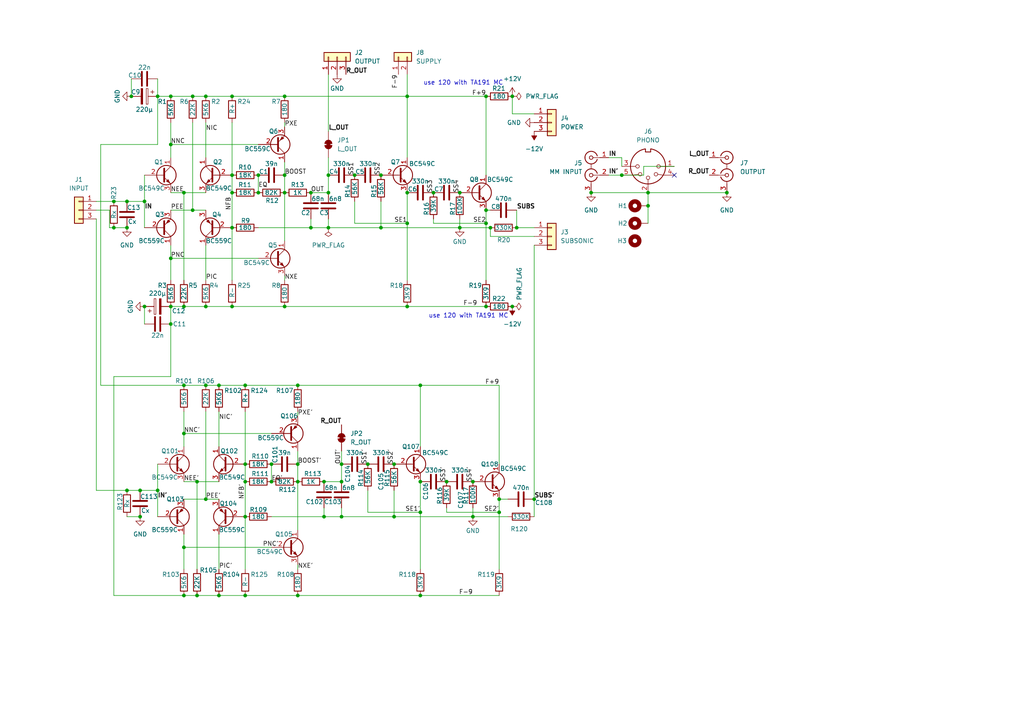
<source format=kicad_sch>
(kicad_sch (version 20231120) (generator "eeschema") (generator_version "8.0")
  (paper "A4")
  (title_block (title "TuchAudio 101b Phono Pre-Amp (w/Output RCA)") (date "2025-08-01") (rev "v1.2") (company "@zuiko21"))
  (junction (at 171.45 55.88))
  (junction (at 93.98 139.7))
  (junction (at 36.83 142.24))
  (junction (at 121.92 139.7))
  (junction (at 95.25 66.04))
  (junction (at 53.34 55.88))
  (junction (at 40.64 142.24))
  (junction (at 45.72 27.94))
  (junction (at 144.78 148.59))
  (junction (at 110.49 50.8))
  (junction (at 86.36 172.72))
  (junction (at 53.34 88.9))
  (junction (at 137.16 139.7))
  (junction (at 71.12 172.72))
  (junction (at 38.1 27.94))
  (junction (at 41.91 58.42))
  (junction (at 57.15 172.72))
  (junction (at 121.92 111.76))
  (junction (at 74.93 50.8))
  (junction (at 180.34 50.8))
  (junction (at 59.69 144.78))
  (junction (at 95.25 55.88))
  (junction (at 82.55 50.8))
  (junction (at 110.49 66.04))
  (junction (at 82.55 27.94))
  (junction (at 90.17 55.88))
  (junction (at 67.31 66.04))
  (junction (at 71.12 111.76))
  (junction (at 99.06 134.62))
  (junction (at 49.53 88.9))
  (junction (at 99.06 139.7))
  (junction (at 57.15 139.7))
  (junction (at 133.35 55.88))
  (junction (at 40.64 149.86))
  (junction (at 90.17 66.04))
  (junction (at 36.83 66.04))
  (junction (at 59.69 88.9))
  (junction (at 59.69 111.76))
  (junction (at 140.97 27.94))
  (junction (at 144.78 144.78))
  (junction (at 210.82 55.88))
  (junction (at 106.68 134.62))
  (junction (at 140.97 88.9))
  (junction (at 53.34 111.76))
  (junction (at 140.97 60.96))
  (junction (at 86.36 134.62))
  (junction (at 67.31 55.88))
  (junction (at 102.87 50.8))
  (junction (at 49.53 41.91))
  (junction (at 53.34 158.75))
  (junction (at 63.5 111.76))
  (junction (at 149.86 66.04))
  (junction (at 33.02 66.04))
  (junction (at 95.25 50.8))
  (junction (at 187.96 59.69))
  (junction (at 125.73 55.88))
  (junction (at 118.11 88.9))
  (junction (at 118.11 64.77))
  (junction (at 33.02 58.42))
  (junction (at 187.96 55.88))
  (junction (at 133.35 66.04))
  (junction (at 99.06 149.86))
  (junction (at 55.88 27.94))
  (junction (at 55.88 60.96))
  (junction (at 78.74 134.62))
  (junction (at 74.93 55.88))
  (junction (at 114.3 149.86))
  (junction (at 82.55 55.88))
  (junction (at 82.55 88.9))
  (junction (at 121.92 172.72))
  (junction (at 71.12 134.62))
  (junction (at 118.11 55.88))
  (junction (at 129.54 139.7))
  (junction (at 86.36 111.76))
  (junction (at 154.94 144.78))
  (junction (at 67.31 50.8))
  (junction (at 53.34 172.72))
  (junction (at 121.92 148.59))
  (junction (at 148.59 27.94))
  (junction (at 140.97 64.77))
  (junction (at 49.53 27.94))
  (junction (at 53.34 125.73))
  (junction (at 71.12 149.86))
  (junction (at 86.36 139.7))
  (junction (at 78.74 139.7))
  (junction (at 118.11 27.94))
  (junction (at 49.53 74.93))
  (junction (at 49.53 93.98))
  (junction (at 148.59 88.9))
  (junction (at 67.31 88.9))
  (junction (at 67.31 27.94))
  (junction (at 114.3 134.62))
  (junction (at 142.24 66.04))
  (junction (at 71.12 139.7))
  (junction (at 63.5 172.72))
  (junction (at 41.91 88.9))
  (junction (at 137.16 149.86))
  (junction (at 45.72 142.24))
  (junction (at 93.98 149.86))
  (junction (at 36.83 58.42))
  (junction (at 59.69 27.94))
  (no_connect (at 195.58 50.8))
  (wire (pts (xy 187.96 59.69) (xy 187.96 64.77)))
  (wire (pts (xy 27.94 142.24) (xy 36.83 142.24)))
  (wire (pts (xy 93.98 149.86) (xy 78.74 149.86)))
  (wire (pts (xy 31.75 60.96) (xy 31.75 66.04)))
  (wire (pts (xy 53.34 125.73) (xy 53.34 129.54)))
  (wire (pts (xy 114.3 142.24) (xy 114.3 149.86)))
  (wire (pts (xy 142.24 68.58) (xy 142.24 66.04)))
  (wire (pts (xy 49.53 109.22) (xy 33.02 109.22)))
  (wire (pts (xy 129.54 148.59) (xy 144.78 148.59)))
  (wire (pts (xy 86.36 111.76) (xy 121.92 111.76)))
  (wire (pts (xy 86.36 163.83) (xy 86.36 165.1)))
  (wire (pts (xy 114.3 149.86) (xy 99.06 149.86)))
  (wire (pts (xy 63.5 154.94) (xy 63.5 165.1)))
  (wire (pts (xy 144.78 148.59) (xy 144.78 165.1)))
  (wire (pts (xy 49.53 74.93) (xy 74.93 74.93)))
  (wire (pts (xy 31.75 66.04) (xy 33.02 66.04)))
  (wire (pts (xy 86.36 134.62) (xy 86.36 139.7)))
  (wire (pts (xy 106.68 142.24) (xy 106.68 148.59)))
  (wire (pts (xy 82.55 88.9) (xy 118.11 88.9)))
  (wire (pts (xy 63.5 111.76) (xy 71.12 111.76)))
  (wire (pts (xy 49.53 60.96) (xy 55.88 60.96)))
  (wire (pts (xy 55.88 60.96) (xy 59.69 60.96)))
  (wire (pts (xy 86.36 130.81) (xy 86.36 134.62)))
  (wire (pts (xy 59.69 71.12) (xy 59.69 81.28)))
  (wire (pts (xy 140.97 27.94) (xy 118.11 27.94)))
  (wire (pts (xy 29.21 111.76) (xy 53.34 111.76)))
  (wire (pts (xy 140.97 50.8) (xy 140.97 27.94)))
  (wire (pts (xy 142.24 60.96) (xy 140.97 60.96)))
  (wire (pts (xy 63.5 119.38) (xy 63.5 129.54)))
  (wire (pts (xy 102.87 64.77) (xy 118.11 64.77)))
  (wire (pts (xy 71.12 119.38) (xy 71.12 134.62)))
  (wire (pts (xy 41.91 93.98) (xy 41.91 88.9)))
  (wire (pts (xy 67.31 88.9) (xy 82.55 88.9)))
  (wire (pts (xy 33.02 172.72) (xy 53.34 172.72)))
  (wire (pts (xy 118.11 27.94) (xy 118.11 45.72)))
  (wire (pts (xy 118.11 88.9) (xy 140.97 88.9)))
  (wire (pts (xy 144.78 111.76) (xy 121.92 111.76)))
  (wire (pts (xy 53.34 55.88) (xy 53.34 81.28)))
  (wire (pts (xy 82.55 35.56) (xy 82.55 36.83)))
  (wire (pts (xy 180.34 45.72) (xy 180.34 48.26)))
  (wire (pts (xy 71.12 134.62) (xy 71.12 139.7)))
  (wire (pts (xy 74.93 50.8) (xy 74.93 55.88)))
  (wire (pts (xy 67.31 50.8) (xy 67.31 55.88)))
  (wire (pts (xy 49.53 71.12) (xy 49.53 74.93)))
  (wire (pts (xy 95.25 66.04) (xy 95.25 63.5)))
  (wire (pts (xy 53.34 125.73) (xy 78.74 125.73)))
  (wire (pts (xy 121.92 139.7) (xy 121.92 148.59)))
  (wire (pts (xy 93.98 139.7) (xy 99.06 139.7)))
  (wire (pts (xy 95.25 45.72) (xy 95.25 50.8)))
  (wire (pts (xy 59.69 27.94) (xy 67.31 27.94)))
  (wire (pts (xy 118.11 64.77) (xy 118.11 81.28)))
  (wire (pts (xy 144.78 144.78) (xy 144.78 148.59)))
  (wire (pts (xy 71.12 111.76) (xy 86.36 111.76)))
  (wire (pts (xy 137.16 149.86) (xy 147.32 149.86)))
  (wire (pts (xy 187.96 55.88) (xy 187.96 59.69)))
  (wire (pts (xy 121.92 172.72) (xy 144.78 172.72)))
  (wire (pts (xy 121.92 148.59) (xy 121.92 165.1)))
  (wire (pts (xy 45.72 41.91) (xy 29.21 41.91)))
  (wire (pts (xy 106.68 148.59) (xy 121.92 148.59)))
  (wire (pts (xy 154.94 71.12) (xy 154.94 144.78)))
  (wire (pts (xy 53.34 88.9) (xy 59.69 88.9)))
  (wire (pts (xy 137.16 149.86) (xy 114.3 149.86)))
  (wire (pts (xy 36.83 149.86) (xy 40.64 149.86)))
  (wire (pts (xy 57.15 172.72) (xy 63.5 172.72)))
  (wire (pts (xy 53.34 154.94) (xy 53.34 158.75)))
  (wire (pts (xy 82.55 50.8) (xy 82.55 55.88)))
  (wire (pts (xy 71.12 139.7) (xy 71.12 149.86)))
  (wire (pts (xy 59.69 119.38) (xy 59.69 144.78)))
  (wire (pts (xy 93.98 149.86) (xy 99.06 149.86)))
  (wire (pts (xy 53.34 119.38) (xy 53.34 125.73)))
  (wire (pts (xy 38.1 22.86) (xy 38.1 27.94)))
  (wire (pts (xy 27.94 63.5) (xy 27.94 142.24)))
  (wire (pts (xy 27.94 58.42) (xy 33.02 58.42)))
  (wire (pts (xy 140.97 60.96) (xy 140.97 64.77)))
  (wire (pts (xy 49.53 88.9) (xy 53.34 88.9)))
  (wire (pts (xy 45.72 27.94) (xy 49.53 27.94)))
  (wire (pts (xy 186.69 48.26) (xy 195.58 48.26)))
  (wire (pts (xy 33.02 58.42) (xy 36.83 58.42)))
  (wire (pts (xy 99.06 134.62) (xy 99.06 139.7)))
  (wire (pts (xy 71.12 172.72) (xy 86.36 172.72)))
  (wire (pts (xy 57.15 139.7) (xy 63.5 139.7)))
  (wire (pts (xy 29.21 41.91) (xy 29.21 111.76)))
  (wire (pts (xy 53.34 55.88) (xy 59.69 55.88)))
  (wire (pts (xy 154.94 66.04) (xy 149.86 66.04)))
  (wire (pts (xy 53.34 158.75) (xy 78.74 158.75)))
  (wire (pts (xy 82.55 55.88) (xy 82.55 69.85)))
  (wire (pts (xy 82.55 27.94) (xy 118.11 27.94)))
  (wire (pts (xy 90.17 66.04) (xy 74.93 66.04)))
  (wire (pts (xy 33.02 66.04) (xy 36.83 66.04)))
  (wire (pts (xy 59.69 88.9) (xy 67.31 88.9)))
  (wire (pts (xy 67.31 55.88) (xy 67.31 66.04)))
  (wire (pts (xy 53.34 144.78) (xy 59.69 144.78)))
  (wire (pts (xy 57.15 139.7) (xy 57.15 165.1)))
  (wire (pts (xy 140.97 64.77) (xy 140.97 81.28)))
  (wire (pts (xy 180.34 50.8) (xy 186.69 50.8)))
  (wire (pts (xy 49.53 93.98) (xy 49.53 109.22)))
  (wire (pts (xy 53.34 158.75) (xy 53.34 165.1)))
  (wire (pts (xy 82.55 46.99) (xy 82.55 50.8)))
  (wire (pts (xy 36.83 142.24) (xy 40.64 142.24)))
  (wire (pts (xy 144.78 134.62) (xy 144.78 111.76)))
  (wire (pts (xy 49.53 35.56) (xy 49.53 41.91)))
  (wire (pts (xy 154.94 33.02) (xy 148.59 33.02)))
  (wire (pts (xy 59.69 111.76) (xy 63.5 111.76)))
  (wire (pts (xy 55.88 35.56) (xy 55.88 60.96)))
  (wire (pts (xy 118.11 55.88) (xy 118.11 64.77)))
  (wire (pts (xy 86.36 172.72) (xy 121.92 172.72)))
  (wire (pts (xy 95.25 50.8) (xy 95.25 55.88)))
  (wire (pts (xy 45.72 22.86) (xy 45.72 27.94)))
  (wire (pts (xy 49.53 41.91) (xy 74.93 41.91)))
  (wire (pts (xy 86.36 119.38) (xy 86.36 120.65)))
  (wire (pts (xy 63.5 172.72) (xy 71.12 172.72)))
  (wire (pts (xy 99.06 130.81) (xy 99.06 134.62)))
  (wire (pts (xy 102.87 58.42) (xy 102.87 64.77)))
  (wire (pts (xy 129.54 147.32) (xy 129.54 148.59)))
  (wire (pts (xy 45.72 134.62) (xy 45.72 142.24)))
  (wire (pts (xy 90.17 55.88) (xy 95.25 55.88)))
  (wire (pts (xy 27.94 60.96) (xy 31.75 60.96)))
  (wire (pts (xy 49.53 88.9) (xy 49.53 93.98)))
  (wire (pts (xy 33.02 109.22) (xy 33.02 172.72)))
  (wire (pts (xy 40.64 142.24) (xy 45.72 142.24)))
  (wire (pts (xy 133.35 66.04) (xy 110.49 66.04)))
  (wire (pts (xy 99.06 149.86) (xy 99.06 147.32)))
  (wire (pts (xy 125.73 64.77) (xy 140.97 64.77)))
  (wire (pts (xy 93.98 147.32) (xy 93.98 149.86)))
  (wire (pts (xy 137.16 147.32) (xy 137.16 149.86)))
  (wire (pts (xy 49.53 74.93) (xy 49.53 81.28)))
  (wire (pts (xy 133.35 63.5) (xy 133.35 66.04)))
  (wire (pts (xy 121.92 111.76) (xy 121.92 129.54)))
  (wire (pts (xy 147.32 144.78) (xy 144.78 144.78)))
  (wire (pts (xy 36.83 58.42) (xy 41.91 58.42)))
  (wire (pts (xy 154.94 68.58) (xy 142.24 68.58)))
  (wire (pts (xy 67.31 66.04) (xy 67.31 81.28)))
  (wire (pts (xy 186.69 50.8) (xy 186.69 48.26)))
  (wire (pts (xy 71.12 149.86) (xy 71.12 165.1)))
  (wire (pts (xy 110.49 66.04) (xy 95.25 66.04)))
  (wire (pts (xy 41.91 58.42) (xy 41.91 66.04)))
  (wire (pts (xy 78.74 134.62) (xy 78.74 139.7)))
  (wire (pts (xy 45.72 27.94) (xy 45.72 41.91)))
  (wire (pts (xy 67.31 35.56) (xy 67.31 50.8)))
  (wire (pts (xy 154.94 144.78) (xy 154.94 149.86)))
  (wire (pts (xy 67.31 27.94) (xy 82.55 27.94)))
  (wire (pts (xy 49.53 41.91) (xy 49.53 45.72)))
  (wire (pts (xy 59.69 35.56) (xy 59.69 45.72)))
  (wire (pts (xy 133.35 66.04) (xy 142.24 66.04)))
  (wire (pts (xy 86.36 139.7) (xy 86.36 153.67)))
  (wire (pts (xy 90.17 66.04) (xy 95.25 66.04)))
  (wire (pts (xy 41.91 50.8) (xy 41.91 58.42)))
  (wire (pts (xy 55.88 27.94) (xy 59.69 27.94)))
  (wire (pts (xy 125.73 63.5) (xy 125.73 64.77)))
  (wire (pts (xy 90.17 63.5) (xy 90.17 66.04)))
  (wire (pts (xy 118.11 21.59) (xy 118.11 27.94)))
  (wire (pts (xy 187.96 55.88) (xy 210.82 55.88)))
  (wire (pts (xy 49.53 55.88) (xy 53.34 55.88)))
  (wire (pts (xy 59.69 144.78) (xy 63.5 144.78)))
  (wire (pts (xy 82.55 80.01) (xy 82.55 81.28)))
  (wire (pts (xy 171.45 55.88) (xy 187.96 55.88)))
  (wire (pts (xy 53.34 172.72) (xy 57.15 172.72)))
  (wire (pts (xy 49.53 27.94) (xy 55.88 27.94)))
  (wire (pts (xy 45.72 142.24) (xy 45.72 149.86)))
  (wire (pts (xy 53.34 139.7) (xy 57.15 139.7)))
  (wire (pts (xy 149.86 60.96) (xy 149.86 66.04)))
  (wire (pts (xy 53.34 111.76) (xy 59.69 111.76)))
  (wire (pts (xy 176.53 50.8) (xy 180.34 50.8)))
  (wire (pts (xy 176.53 45.72) (xy 180.34 45.72)))
  (wire (pts (xy 95.25 21.59) (xy 95.25 38.1)))
  (wire (pts (xy 148.59 33.02) (xy 148.59 27.94)))
  (wire (pts (xy 110.49 58.42) (xy 110.49 66.04)))
  (text "use 120 with TA191 MC" (at 135.89 91.694 0) (effects (font (size 1.27 1.27))))
  (text "use 120 with TA191 MC" (at 134.366 24.13 0) (effects (font (size 1.27 1.27))))
  (label "NNC" (at 49.53 41.91 0))
  (label "EQ" (at 74.93 54.61 0))
  (label "PEE'" (at 59.69 144.78 0))
  (label "PIC" (at 59.69 81.28 0))
  (label "NFB" (at 67.31 60.96 90))
  (label "BOOST'" (at 86.36 134.62 0))
  (label "SE2" (at 140.97 64.77 180))
  (label "NIC" (at 59.69 38.1 0))
  (label "PNC" (at 49.53 74.93 0))
  (label "PEE" (at 49.53 60.96 0))
  (label "SE1" (at 118.11 64.77 180))
  (label "R_OUT" (at 205.74 50.8 180) (effects (font (thickness 0.254) (bold yes))))
  (label "IN" (at 41.91 60.96 0) (effects (font (thickness 0.254) (bold yes))))
  (label "OUT'" (at 99.06 134.62 90) (effects (font (thickness 0.1588))))
  (label "NFB'" (at 71.12 144.78 90))
  (label "PIC'" (at 63.5 165.1 0))
  (label "NNC'" (at 53.34 125.73 0))
  (label "R_OUT" (at 99.06 123.19 180) (effects (font (thickness 0.254) (bold yes))))
  (label "NXE" (at 82.55 81.28 0))
  (label "NEE'" (at 53.34 139.7 0))
  (label "IN'" (at 45.72 144.78 0) (effects (font (thickness 0.254) (bold yes))))
  (label "SS4'" (at 137.16 139.7 90))
  (label "SE2'" (at 144.78 148.59 180))
  (label "PXE'" (at 86.36 120.65 0))
  (label "SE1'" (at 121.92 148.59 180))
  (label "BOOST" (at 82.55 50.8 0))
  (label "SS2" (at 110.49 50.8 90))
  (label "F+9" (at 144.78 111.76 180))
  (label "R_OUT" (at 100.33 21.59 0) (effects (font (thickness 0.254) (bold yes))))
  (label "SS3" (at 125.73 55.88 90))
  (label "NIC'" (at 63.5 121.92 0))
  (label "SS1'" (at 106.68 134.62 90))
  (label "SUBS'" (at 154.94 144.78 0) (effects (font (thickness 0.254) (bold yes))))
  (label "NEE" (at 49.53 55.88 0))
  (label "F-9" (at 115.57 21.59 270))
  (label "SS3'" (at 129.54 139.7 90))
  (label "OUT" (at 90.17 55.88 0) (effects (font (thickness 0.1588))))
  (label "PNC'" (at 76.2 158.75 0))
  (label "SS4" (at 133.35 55.88 90))
  (label "SUBS" (at 149.86 60.96 0) (effects (font (thickness 0.254) (bold yes))))
  (label "L_OUT" (at 95.25 38.1 0) (effects (font (thickness 0.254) (bold yes))))
  (label "F-9" (at 138.43 88.9 180))
  (label "SS1" (at 102.87 50.8 90))
  (label "IN'" (at 176.53 50.8 0) (effects (font (thickness 0.254) (bold yes))))
  (label "PXE" (at 82.55 36.83 0))
  (label "F+9" (at 140.97 27.94 180))
  (label "SS2'" (at 114.3 134.62 90))
  (label "EQ'" (at 78.74 139.7 0))
  (label "F-9" (at 137.16 172.72 180))
  (label "NXE'" (at 86.36 165.1 0))
  (label "IN" (at 176.53 45.72 0) (effects (font (thickness 0.254) (bold yes))))
  (label "L_OUT" (at 205.74 45.72 180) (effects (font (thickness 0.254) (bold yes))))
  (symbol (lib_id "Device:R") (at 86.36 168.91 0) (unit 1)
    (property "Reference" "R108" (at 80.264 166.624 0) (effects (justify left)))
    (property "Value" "180" (at 86.36 168.91 90))
    (property "Footprint" "Resistor_THT:R_Axial_DIN0207_L6.3mm_D2.5mm_P10.16mm_Horizontal" (effects (hide yes)))
    (property "Description" "Resistor" (effects (hide yes)))
  )
  (symbol (lib_id "Mechanical:MountingHole") (at 184.15 69.85 0) (unit 1) (exclude_from_sim yes) (in_bom no)
    (property "Reference" "H3" (at 179.07 69.85 0) (effects (justify left)))
    (property "Value" "MountingHole" (effects (hide yes)))
    (property "Footprint" "MountingHole:MountingHole_3.2mm_M3_DIN965" (effects (hide yes)))
    (property "Description" "Mounting Hole without connection" (effects (hide yes)))
  )
  (symbol (lib_id "Device:R") (at 55.88 31.75 0) (unit 1)
    (property "Reference" "R6" (at 52.07 29.464 0) (effects (justify left)))
    (property "Value" "22K" (at 55.88 31.75 90))
    (property "Footprint" "Resistor_THT:R_Axial_DIN0207_L6.3mm_D2.5mm_P10.16mm_Horizontal" (effects (hide yes)))
    (property "Description" "Resistor" (effects (hide yes)))
  )
  (symbol (lib_id "Device:C") (at 129.54 55.88 90) (unit 1)
    (property "Reference" "C7" (at 127.254 54.864 90))
    (property "Value" "330n" (at 129.54 52.578 90))
    (property "Footprint" "Capacitor_THT:C_Rect_L7.2mm_W3.0mm_P5.00mm_FKS2_FKP2_MKS2_MKP2" (effects (hide yes)))
    (property "Description" "Unpolarized capacitor" (effects (hide yes)))
  )
  (symbol (lib_id "power:+12V") (at 148.59 27.94 0) (unit 1)
    (property "Reference" "#PWR4" (effects (hide yes)))
    (property "Value" "+12V" (at 148.59 22.86 0))
    (property "Description" "Power symbol creates a global label with name \"+12V\"" (effects (hide yes)))
  )
  (symbol (lib_id "Device:R") (at 33.02 62.23 0) (unit 1)
    (property "Reference" "R23" (at 33.02 57.912 90) (effects (justify left)))
    (property "Value" "Rx" (at 33.02 63.5 90) (effects (justify left)))
    (property "Footprint" "Connector_PinSocket_2.54mm:PinSocket_1x02_P2.54mm_Vertical" (effects (hide yes)))
    (property "Description" "Resistor" (effects (hide yes)))
  )
  (symbol (lib_id "Transistor_BJT:BC559") (at 83.82 125.73 0) (mirror x) (unit 1)
    (property "Reference" "Q106" (at 81.28 120.65 0) (effects (justify left)))
    (property "Value" "BC559C" (at 74.676 127 0) (effects (justify left)))
    (property "Footprint" "Package_TO_SOT_THT:TO-92_Inline" (effects (hide yes)))
    (property "Datasheet" "https://www.onsemi.com/pub/Collateral/BC556BTA-D.pdf" (effects (hide yes)))
    (property "Description" "0.1A Ic, 30V Vce, PNP Small Signal Transistor, TO-92" (effects (hide yes)))
  )
  (symbol (lib_id "Device:R") (at 133.35 59.69 0) (unit 1)
    (property "Reference" "R17" (at 131.318 62.484 90) (effects (justify left)))
    (property "Value" "100K" (at 133.35 59.69 90))
    (property "Footprint" "Resistor_THT:R_Axial_DIN0207_L6.3mm_D2.5mm_P10.16mm_Horizontal" (effects (hide yes)))
    (property "Description" "Resistor" (effects (hide yes)))
  )
  (symbol (lib_id "power:PWR_FLAG") (at 95.25 66.04 180) (unit 1)
    (property "Reference" "#FLG1" (effects (hide yes)))
    (property "Value" "PWR_FLAG" (at 95.25 71.12 0))
    (property "Description" "Special symbol for telling ERC where power comes from" (effects (hide yes)))
  )
  (symbol (lib_id "Transistor_BJT:BC559") (at 50.8 149.86 0) (mirror x) (unit 1)
    (property "Reference" "Q103" (at 48.26 144.78 0) (effects (justify left)))
    (property "Value" "BC559C" (at 43.942 153.67 0) (effects (justify left)))
    (property "Footprint" "Package_TO_SOT_THT:TO-92_Inline" (effects (hide yes)))
    (property "Datasheet" "https://www.onsemi.com/pub/Collateral/BC556BTA-D.pdf" (effects (hide yes)))
    (property "Description" "0.1A Ic, 30V Vce, PNP Small Signal Transistor, TO-92" (effects (hide yes)))
  )
  (symbol (lib_id "power:GND") (at 210.82 55.88 0) (unit 1)
    (property "Reference" "#PWR9" (effects (hide yes)))
    (property "Value" "GND" (at 210.82 60.96 0))
    (property "Description" "Power symbol creates a global label with name \"GND\" , ground" (effects (hide yes)))
  )
  (symbol (lib_id "Connector_Generic:Conn_01x03") (at 160.02 68.58 0) (unit 1)
    (property "Reference" "J3" (at 162.56 67.3099 0) (effects (justify left)))
    (property "Value" "SUBSONIC" (at 162.56 69.8499 0) (effects (justify left)))
    (property "Footprint" "Connector_PinHeader_2.54mm:PinHeader_1x03_P2.54mm_Vertical" (effects (hide yes)))
    (property "Description" "Generic connector, single row, 01x03, script generated (kicad-library-utils/schlib/autogen/connector/)" (effects (hide yes)))
  )
  (symbol (lib_id "Device:R") (at 53.34 85.09 0) (unit 1)
    (property "Reference" "R5" (at 54.61 82.804 0) (effects (justify left)))
    (property "Value" "22K" (at 53.34 85.09 90))
    (property "Footprint" "Resistor_THT:R_Axial_DIN0207_L6.3mm_D2.5mm_P10.16mm_Horizontal" (effects (hide yes)))
    (property "Description" "Resistor" (effects (hide yes)))
  )
  (symbol (lib_id "Device:R") (at 49.53 31.75 0) (unit 1)
    (property "Reference" "R1" (at 45.72 29.464 0) (effects (justify left)))
    (property "Value" "5K6" (at 49.53 31.75 90))
    (property "Footprint" "Resistor_THT:R_Axial_DIN0207_L6.3mm_D2.5mm_P10.16mm_Horizontal" (effects (hide yes)))
    (property "Description" "Resistor" (effects (hide yes)))
  )
  (symbol (lib_id "Device:R") (at 59.69 31.75 0) (unit 1)
    (property "Reference" "R2" (at 61.214 29.464 0) (effects (justify left)))
    (property "Value" "5K6" (at 59.69 31.75 90))
    (property "Footprint" "Resistor_THT:R_Axial_DIN0207_L6.3mm_D2.5mm_P10.16mm_Horizontal" (effects (hide yes)))
    (property "Description" "Resistor" (effects (hide yes)))
  )
  (symbol (lib_id "Transistor_BJT:BC549") (at 83.82 158.75 0) (unit 1)
    (property "Reference" "Q105" (at 79.756 154.94 0) (effects (justify left)))
    (property "Value" "BC549C" (at 74.422 160.02 0) (effects (justify left)))
    (property "Footprint" "Package_TO_SOT_THT:TO-92_Inline" (effects (hide yes)))
    (property "Datasheet" "https://www.onsemi.com/pub/Collateral/BC550-D.pdf" (effects (hide yes)))
    (property "Description" "0.1A Ic, 30V Vce, Small Signal NPN Transistor, TO-92" (effects (hide yes)))
  )
  (symbol (lib_id "Device:R") (at 71.12 115.57 0) (unit 1)
    (property "Reference" "R124" (at 72.644 113.284 0) (effects (justify left)))
    (property "Value" "R+" (at 71.12 116.84 90) (effects (justify left)))
    (property "Footprint" "Connector_PinSocket_2.54mm:PinSocket_1x02_P2.54mm_Vertical" (effects (hide yes)))
    (property "Description" "Resistor" (effects (hide yes)))
  )
  (symbol (lib_id "Device:C") (at 93.98 143.51 0) (unit 1)
    (property "Reference" "C102" (at 91.186 145.542 0))
    (property "Value" "68n" (at 96.012 141.478 0))
    (property "Footprint" "Capacitor_THT:C_Rect_L7.2mm_W3.0mm_P5.00mm_FKS2_FKP2_MKS2_MKP2" (effects (hide yes)))
    (property "Description" "Unpolarized capacitor" (effects (hide yes)))
  )
  (symbol (lib_id "power:GND") (at 38.1 27.94 270) (unit 1)
    (property "Reference" "#PWR2" (effects (hide yes)))
    (property "Value" "GND" (at 34.036 29.972 0) (effects (justify right)))
    (property "Description" "Power symbol creates a global label with name \"GND\" , ground" (effects (hide yes)))
  )
  (symbol (lib_id "Connector_Generic:Conn_01x03") (at 97.79 16.51 90) (unit 1)
    (property "Reference" "J2" (at 102.87 15.2399 90) (effects (justify right)))
    (property "Value" "OUTPUT" (at 102.87 17.7799 90) (effects (justify right)))
    (property "Footprint" "Connector_PinHeader_2.54mm:PinHeader_1x03_P2.54mm_Vertical" (effects (hide yes)))
    (property "Description" "Generic connector, single row, 01x03, script generated (kicad-library-utils/schlib/autogen/connector/)" (effects (hide yes)))
  )
  (symbol (lib_id "Device:C_Polarized") (at 45.72 88.9 90) (unit 1)
    (property "Reference" "C12" (at 51.816 90.17 90))
    (property "Value" "220µ" (at 45.72 85.09 90))
    (property "Footprint" "Capacitor_THT:CP_Radial_D6.3mm_P2.50mm" (effects (hide yes)))
    (property "Description" "Polarized capacitor" (effects (hide yes)))
  )
  (symbol (lib_id "Device:C") (at 41.91 22.86 90) (unit 1)
    (property "Reference" "C10" (at 39.116 21.844 90))
    (property "Value" "22n" (at 41.91 19.558 90))
    (property "Footprint" "Capacitor_THT:C_Disc_D6.0mm_W2.5mm_P5.00mm" (effects (hide yes)))
    (property "Description" "Unpolarized capacitor" (effects (hide yes)))
  )
  (symbol (lib_id "power:GND") (at 41.91 88.9 270) (mirror x) (unit 1)
    (property "Reference" "#PWR3" (effects (hide yes)))
    (property "Value" "GND" (at 37.846 86.868 0) (effects (justify right)))
    (property "Description" "Power symbol creates a global label with name \"GND\" , ground" (effects (hide yes)))
  )
  (symbol (lib_id "Device:C") (at 146.05 60.96 90) (unit 1)
    (property "Reference" "C8" (at 143.764 59.944 90))
    (property "Value" "470n" (at 146.05 57.658 90))
    (property "Footprint" "Capacitor_THT:C_Rect_L7.2mm_W3.0mm_P5.00mm_FKS2_FKP2_MKS2_MKP2" (effects (hide yes)))
    (property "Description" "Unpolarized capacitor" (effects (hide yes)))
  )
  (symbol (lib_id "Device:R") (at 67.31 31.75 0) (unit 1)
    (property "Reference" "R24" (at 68.834 29.464 0) (effects (justify left)))
    (property "Value" "R+" (at 67.31 33.02 90) (effects (justify left)))
    (property "Footprint" "Connector_PinSocket_2.54mm:PinSocket_1x02_P2.54mm_Vertical" (effects (hide yes)))
    (property "Description" "Resistor" (effects (hide yes)))
  )
  (symbol (lib_id "Connector:Conn_Coaxial_x2") (at 171.45 48.26 0) (mirror y) (unit 1)
    (property "Reference" "J5" (at 168.91 47.2831 0) (effects (justify left)))
    (property "Value" "MM INPUT" (at 168.91 49.8231 0) (effects (justify left)))
    (property "Footprint" "durango:2xRCA_vertical" (effects (hide yes)))
    (property "Description" "double coaxial connector (BNC, SMA, SMB, SMC, Cinch/RCA, LEMO, ...)" (effects (hide yes)))
  )
  (symbol (lib_id "Mechanical:MountingHole_Pad") (at 185.42 64.77 90) (unit 1) (exclude_from_sim yes) (in_bom no)
    (property "Reference" "H2" (at 180.594 64.77 90))
    (property "Value" "MountingHole_Pad" (effects (hide yes)))
    (property "Footprint" "MountingHole:MountingHole_3.2mm_M3_DIN965_Pad" (effects (hide yes)))
    (property "Description" "Mounting Hole with connection" (effects (hide yes)))
  )
  (symbol (lib_id "Device:C") (at 95.25 59.69 0) (unit 1)
    (property "Reference" "C3" (at 93.98 61.722 0))
    (property "Value" "6n8" (at 97.282 57.658 0))
    (property "Footprint" "Capacitor_THT:C_Rect_L7.2mm_W3.0mm_P5.00mm_FKS2_FKP2_MKS2_MKP2" (effects (hide yes)))
    (property "Description" "Unpolarized capacitor" (effects (hide yes)))
  )
  (symbol (lib_id "power:PWR_FLAG") (at 148.59 88.9 270) (unit 1)
    (property "Reference" "#FLG3" (effects (hide yes)))
    (property "Value" "PWR_FLAG" (at 150.622 77.47 0) (effects (justify left)))
    (property "Description" "Special symbol for telling ERC where power comes from" (effects (hide yes)))
  )
  (symbol (lib_id "Device:C") (at 40.64 146.05 0) (unit 1)
    (property "Reference" "C113" (at 40.64 144.018 0) (effects (justify left)))
    (property "Value" "Cx" (at 40.894 148.082 0) (effects (justify left)))
    (property "Footprint" "Connector_PinSocket_2.54mm:PinSocket_1x02_P2.54mm_Vertical" (effects (hide yes)))
    (property "Description" "Unpolarized capacitor" (effects (hide yes)))
  )
  (symbol (lib_id "Device:R") (at 78.74 55.88 270) (mirror x) (unit 1)
    (property "Reference" "R12" (at 76.962 58.166 90) (effects (justify left)))
    (property "Value" "82K" (at 78.74 55.88 90))
    (property "Footprint" "Resistor_THT:R_Axial_DIN0207_L6.3mm_D2.5mm_P10.16mm_Horizontal" (effects (hide yes)))
    (property "Description" "Resistor" (effects (hide yes)))
  )
  (symbol (lib_id "Device:C") (at 133.35 139.7 90) (unit 1)
    (property "Reference" "C107" (at 133.604 145.034 0))
    (property "Value" "330n" (at 133.35 136.398 90))
    (property "Footprint" "Capacitor_THT:C_Rect_L7.2mm_W3.0mm_P5.00mm_FKS2_FKP2_MKS2_MKP2" (effects (hide yes)))
    (property "Description" "Unpolarized capacitor" (effects (hide yes)))
  )
  (symbol (lib_id "Device:C") (at 106.68 50.8 90) (unit 1)
    (property "Reference" "C5" (at 104.394 49.784 90))
    (property "Value" "330n" (at 106.68 47.498 90))
    (property "Footprint" "Capacitor_THT:C_Rect_L7.2mm_W3.0mm_P5.00mm_FKS2_FKP2_MKS2_MKP2" (effects (hide yes)))
    (property "Description" "Unpolarized capacitor" (effects (hide yes)))
  )
  (symbol (lib_id "Transistor_BJT:BC549") (at 138.43 55.88 0) (unit 1)
    (property "Reference" "Q8" (at 136.144 52.07 0) (effects (justify left)))
    (property "Value" "BC549C" (at 141.224 52.07 0) (effects (justify left)))
    (property "Footprint" "Package_TO_SOT_THT:TO-92_Inline" (effects (hide yes)))
    (property "Datasheet" "https://www.onsemi.com/pub/Collateral/BC550-D.pdf" (effects (hide yes)))
    (property "Description" "0.1A Ic, 30V Vce, Small Signal NPN Transistor, TO-92" (effects (hide yes)))
  )
  (symbol (lib_id "power:-12V") (at 148.59 88.9 180) (unit 1)
    (property "Reference" "#PWR5" (effects (hide yes)))
    (property "Value" "-12V" (at 148.59 93.98 0))
    (property "Description" "Power symbol creates a global label with name \"-12V\"" (effects (hide yes)))
  )
  (symbol (lib_id "Device:R") (at 82.55 85.09 0) (unit 1)
    (property "Reference" "R8" (at 78.74 82.804 0) (effects (justify left)))
    (property "Value" "180" (at 82.55 85.09 90))
    (property "Footprint" "Resistor_THT:R_Axial_DIN0207_L6.3mm_D2.5mm_P10.16mm_Horizontal" (effects (hide yes)))
    (property "Description" "Resistor" (effects (hide yes)))
  )
  (symbol (lib_id "Transistor_BJT:BC549") (at 50.8 134.62 0) (unit 1)
    (property "Reference" "Q101" (at 46.736 130.81 0) (effects (justify left)))
    (property "Value" "BC549C" (at 43.942 138.43 0) (effects (justify left)))
    (property "Footprint" "Package_TO_SOT_THT:TO-92_Inline" (effects (hide yes)))
    (property "Datasheet" "https://www.onsemi.com/pub/Collateral/BC550-D.pdf" (effects (hide yes)))
    (property "Description" "0.1A Ic, 30V Vce, Small Signal NPN Transistor, TO-92" (effects (hide yes)))
  )
  (symbol (lib_id "Device:R") (at 74.93 134.62 270) (mirror x) (unit 1)
    (property "Reference" "R110" (at 72.898 132.334 90) (effects (justify left)))
    (property "Value" "18K" (at 74.93 134.62 90))
    (property "Footprint" "Resistor_THT:R_Axial_DIN0207_L6.3mm_D2.5mm_P10.16mm_Horizontal" (effects (hide yes)))
    (property "Description" "Resistor" (effects (hide yes)))
  )
  (symbol (lib_id "Device:C") (at 78.74 50.8 90) (unit 1)
    (property "Reference" "C1" (at 76.454 49.784 90))
    (property "Value" "39n" (at 78.74 47.498 90))
    (property "Footprint" "Capacitor_THT:C_Rect_L7.2mm_W3.0mm_P5.00mm_FKS2_FKP2_MKS2_MKP2" (effects (hide yes)))
    (property "Description" "Unpolarized capacitor" (effects (hide yes)))
  )
  (symbol (lib_id "Device:C") (at 90.17 59.69 0) (unit 1)
    (property "Reference" "C2" (at 88.646 61.722 0))
    (property "Value" "68n" (at 92.202 57.658 0))
    (property "Footprint" "Capacitor_THT:C_Rect_L7.2mm_W3.0mm_P5.00mm_FKS2_FKP2_MKS2_MKP2" (effects (hide yes)))
    (property "Description" "Unpolarized capacitor" (effects (hide yes)))
  )
  (symbol (lib_id "power:GND") (at 171.45 55.88 0) (mirror y) (unit 1)
    (property "Reference" "#PWR16" (effects (hide yes)))
    (property "Value" "GND" (at 171.45 60.96 0))
    (property "Description" "Power symbol creates a global label with name \"GND\" , ground" (effects (hide yes)))
  )
  (symbol (lib_id "Device:R") (at 102.87 54.61 0) (unit 1)
    (property "Reference" "R14" (at 100.838 57.404 90) (effects (justify left)))
    (property "Value" "56K" (at 102.87 54.61 90))
    (property "Footprint" "Resistor_THT:R_Axial_DIN0207_L6.3mm_D2.5mm_P10.16mm_Horizontal" (effects (hide yes)))
    (property "Description" "Resistor" (effects (hide yes)))
  )
  (symbol (lib_id "Device:R") (at 63.5 115.57 0) (unit 1)
    (property "Reference" "R102" (at 65.024 113.284 0) (effects (justify left)))
    (property "Value" "5K6" (at 63.5 115.57 90))
    (property "Footprint" "Resistor_THT:R_Axial_DIN0207_L6.3mm_D2.5mm_P10.16mm_Horizontal" (effects (hide yes)))
    (property "Description" "Resistor" (effects (hide yes)))
  )
  (symbol (lib_id "Device:R") (at 82.55 31.75 0) (unit 1)
    (property "Reference" "R7" (at 78.74 29.464 0) (effects (justify left)))
    (property "Value" "180" (at 82.55 31.75 90))
    (property "Footprint" "Resistor_THT:R_Axial_DIN0207_L6.3mm_D2.5mm_P10.16mm_Horizontal" (effects (hide yes)))
    (property "Description" "Resistor" (effects (hide yes)))
  )
  (symbol (lib_id "Connector:Conn_Coaxial_x2") (at 210.82 48.26 0) (unit 1)
    (property "Reference" "J7" (at 214.63 47.2831 0) (effects (justify left)))
    (property "Value" "OUTPUT" (at 214.63 49.8231 0) (effects (justify left)))
    (property "Footprint" "durango:2xRCA_vertical" (effects (hide yes)))
    (property "Description" "double coaxial connector (BNC, SMA, SMB, SMC, Cinch/RCA, LEMO, ...)" (effects (hide yes)))
  )
  (symbol (lib_id "Device:C") (at 151.13 144.78 90) (unit 1)
    (property "Reference" "C108" (at 157.734 145.796 90))
    (property "Value" "470n" (at 151.13 141.478 90))
    (property "Footprint" "Capacitor_THT:C_Rect_L7.2mm_W3.0mm_P5.00mm_FKS2_FKP2_MKS2_MKP2" (effects (hide yes)))
    (property "Description" "Unpolarized capacitor" (effects (hide yes)))
  )
  (symbol (lib_id "Connector_Generic:Conn_01x03") (at 160.02 35.56 0) (unit 1)
    (property "Reference" "J4" (at 162.56 34.2899 0) (effects (justify left)))
    (property "Value" "POWER" (at 162.56 36.8299 0) (effects (justify left)))
    (property "Footprint" "Connector_PinHeader_2.54mm:PinHeader_1x03_P2.54mm_Vertical" (effects (hide yes)))
    (property "Description" "Generic connector, single row, 01x03, script generated (kicad-library-utils/schlib/autogen/connector/)" (effects (hide yes)))
  )
  (symbol (lib_id "Jumper:SolderJumper_2_Bridged") (at 99.06 127 90) (unit 1) (exclude_from_sim yes) (in_bom no)
    (property "Reference" "JP2" (at 101.6 125.7299 90) (effects (justify right)))
    (property "Value" "R_OUT" (at 101.6 128.2699 90) (effects (justify right)))
    (property "Footprint" "Jumper:SolderJumper-2_P1.3mm_Bridged2Bar_RoundedPad1.0x1.5mm" (effects (hide yes)))
    (property "Description" "Solder Jumper, 2-pole, closed/bridged" (effects (hide yes)))
  )
  (symbol (lib_id "Transistor_BJT:BC549") (at 46.99 50.8 0) (unit 1)
    (property "Reference" "Q1" (at 44.704 46.99 0) (effects (justify left)))
    (property "Value" "BC549C" (at 40.132 54.61 0) (effects (justify left)))
    (property "Footprint" "Package_TO_SOT_THT:TO-92_Inline" (effects (hide yes)))
    (property "Datasheet" "https://www.onsemi.com/pub/Collateral/BC550-D.pdf" (effects (hide yes)))
    (property "Description" "0.1A Ic, 30V Vce, Small Signal NPN Transistor, TO-92" (effects (hide yes)))
  )
  (symbol (lib_id "Transistor_BJT:BC559") (at 62.23 66.04 180) (unit 1)
    (property "Reference" "Q4" (at 64.262 62.23 0) (effects (justify left)))
    (property "Value" "BC559C" (at 67.31 69.85 0) (effects (justify left)))
    (property "Footprint" "Package_TO_SOT_THT:TO-92_Inline" (effects (hide yes)))
    (property "Datasheet" "https://www.onsemi.com/pub/Collateral/BC556BTA-D.pdf" (effects (hide yes)))
    (property "Description" "0.1A Ic, 30V Vce, PNP Small Signal Transistor, TO-92" (effects (hide yes)))
  )
  (symbol (lib_id "Device:R") (at 82.55 139.7 270) (mirror x) (unit 1)
    (property "Reference" "R112" (at 80.772 141.986 90) (effects (justify left)))
    (property "Value" "82K" (at 82.55 139.7 90))
    (property "Footprint" "Resistor_THT:R_Axial_DIN0207_L6.3mm_D2.5mm_P10.16mm_Horizontal" (effects (hide yes)))
    (property "Description" "Resistor" (effects (hide yes)))
  )
  (symbol (lib_id "Device:R") (at 121.92 168.91 0) (unit 1)
    (property "Reference" "R118" (at 115.57 166.624 0) (effects (justify left)))
    (property "Value" "3K9" (at 121.92 168.91 90))
    (property "Footprint" "Resistor_THT:R_Axial_DIN0207_L6.3mm_D2.5mm_P10.16mm_Horizontal" (effects (hide yes)))
    (property "Description" "Resistor" (effects (hide yes)))
  )
  (symbol (lib_id "Device:R") (at 118.11 85.09 0) (unit 1)
    (property "Reference" "R18" (at 113.03 82.804 0) (effects (justify left)))
    (property "Value" "3K9" (at 118.11 85.09 90))
    (property "Footprint" "Resistor_THT:R_Axial_DIN0207_L6.3mm_D2.5mm_P10.16mm_Horizontal" (effects (hide yes)))
    (property "Description" "Resistor" (effects (hide yes)))
  )
  (symbol (lib_id "Mechanical:MountingHole_Pad") (at 185.42 59.69 90) (unit 1) (exclude_from_sim yes) (in_bom no)
    (property "Reference" "H1" (at 180.594 59.69 90))
    (property "Value" "MountingHole_Pad" (effects (hide yes)))
    (property "Footprint" "MountingHole:MountingHole_3.2mm_M3_DIN965_Pad" (effects (hide yes)))
    (property "Description" "Mounting Hole with connection" (effects (hide yes)))
  )
  (symbol (lib_id "Device:C") (at 45.72 93.98 90) (mirror x) (unit 1)
    (property "Reference" "C11" (at 52.07 93.98 90))
    (property "Value" "22n" (at 45.72 97.282 90))
    (property "Footprint" "Capacitor_THT:C_Disc_D6.0mm_W2.5mm_P5.00mm" (effects (hide yes)))
    (property "Description" "Unpolarized capacitor" (effects (hide yes)))
  )
  (symbol (lib_id "Device:C") (at 99.06 143.51 0) (unit 1)
    (property "Reference" "C103" (at 96.52 145.542 0))
    (property "Value" "6n8" (at 101.092 141.478 0))
    (property "Footprint" "Capacitor_THT:C_Rect_L7.2mm_W3.0mm_P5.00mm_FKS2_FKP2_MKS2_MKP2" (effects (hide yes)))
    (property "Description" "Unpolarized capacitor" (effects (hide yes)))
  )
  (symbol (lib_id "Device:R") (at 144.78 27.94 270) (mirror x) (unit 1)
    (property "Reference" "R21" (at 142.748 25.654 90) (effects (justify left)))
    (property "Value" "180" (at 144.78 27.94 90))
    (property "Footprint" "Resistor_THT:R_Axial_DIN0207_L6.3mm_D2.5mm_P10.16mm_Horizontal" (effects (hide yes)))
    (property "Description" "Resistor" (effects (hide yes)))
  )
  (symbol (lib_id "Connector_Generic:Conn_01x03") (at 22.86 60.96 0) (mirror y) (unit 1)
    (property "Reference" "J1" (at 22.86 52.07 0))
    (property "Value" "INPUT" (at 22.86 54.61 0))
    (property "Footprint" "Connector_PinHeader_2.54mm:PinHeader_1x03_P2.54mm_Vertical" (effects (hide yes)))
    (property "Description" "Generic connector, single row, 01x03, script generated (kicad-library-utils/schlib/autogen/connector/)" (effects (hide yes)))
  )
  (symbol (lib_id "power:GND") (at 97.79 21.59 0) (unit 1)
    (property "Reference" "#PWR6" (effects (hide yes)))
    (property "Value" "GND" (at 99.822 25.654 0) (effects (justify right)))
    (property "Description" "Power symbol creates a global label with name \"GND\" , ground" (effects (hide yes)))
  )
  (symbol (lib_id "Device:R") (at 53.34 115.57 0) (unit 1)
    (property "Reference" "R101" (at 50.8 110.49 0) (effects (justify left)))
    (property "Value" "5K6" (at 53.34 115.57 90))
    (property "Footprint" "Resistor_THT:R_Axial_DIN0207_L6.3mm_D2.5mm_P10.16mm_Horizontal" (effects (hide yes)))
    (property "Description" "Resistor" (effects (hide yes)))
  )
  (symbol (lib_id "Device:R") (at 71.12 168.91 0) (unit 1)
    (property "Reference" "R125" (at 72.644 166.624 0) (effects (justify left)))
    (property "Value" "R-" (at 71.12 170.18 90) (effects (justify left)))
    (property "Footprint" "Connector_PinSocket_2.54mm:PinSocket_1x02_P2.54mm_Vertical" (effects (hide yes)))
    (property "Description" "Resistor" (effects (hide yes)))
  )
  (symbol (lib_id "Transistor_BJT:BC559") (at 66.04 149.86 180) (unit 1)
    (property "Reference" "Q104" (at 68.834 146.05 0) (effects (justify left)))
    (property "Value" "BC559C" (at 71.12 153.67 0) (effects (justify left)))
    (property "Footprint" "Package_TO_SOT_THT:TO-92_Inline" (effects (hide yes)))
    (property "Datasheet" "https://www.onsemi.com/pub/Collateral/BC556BTA-D.pdf" (effects (hide yes)))
    (property "Description" "0.1A Ic, 30V Vce, PNP Small Signal Transistor, TO-92" (effects (hide yes)))
  )
  (symbol (lib_id "Device:R") (at 125.73 59.69 0) (unit 1)
    (property "Reference" "R16" (at 123.698 62.484 90) (effects (justify left)))
    (property "Value" "39K" (at 125.73 59.69 90))
    (property "Footprint" "Resistor_THT:R_Axial_DIN0207_L6.3mm_D2.5mm_P10.16mm_Horizontal" (effects (hide yes)))
    (property "Description" "Resistor" (effects (hide yes)))
  )
  (symbol (lib_id "Device:R") (at 144.78 88.9 270) (mirror x) (unit 1)
    (property "Reference" "R22" (at 142.748 86.614 90) (effects (justify left)))
    (property "Value" "180" (at 144.78 88.9 90))
    (property "Footprint" "Resistor_THT:R_Axial_DIN0207_L6.3mm_D2.5mm_P10.16mm_Horizontal" (effects (hide yes)))
    (property "Description" "Resistor" (effects (hide yes)))
  )
  (symbol (lib_id "Device:R") (at 140.97 85.09 0) (unit 1)
    (property "Reference" "R19" (at 135.89 82.804 0) (effects (justify left)))
    (property "Value" "3K9" (at 140.97 85.09 90))
    (property "Footprint" "Resistor_THT:R_Axial_DIN0207_L6.3mm_D2.5mm_P10.16mm_Horizontal" (effects (hide yes)))
    (property "Description" "Resistor" (effects (hide yes)))
  )
  (symbol (lib_id "power:PWR_FLAG") (at 148.59 27.94 270) (unit 1)
    (property "Reference" "#FLG2" (effects (hide yes)))
    (property "Value" "PWR_FLAG" (at 152.4 27.9399 90) (effects (justify left)))
    (property "Description" "Special symbol for telling ERC where power comes from" (effects (hide yes)))
  )
  (symbol (lib_id "Device:R") (at 59.69 115.57 0) (unit 1)
    (property "Reference" "R106" (at 57.15 110.49 0) (effects (justify left)))
    (property "Value" "22K" (at 59.69 115.57 90))
    (property "Footprint" "Resistor_THT:R_Axial_DIN0207_L6.3mm_D2.5mm_P10.16mm_Horizontal" (effects (hide yes)))
    (property "Description" "Resistor" (effects (hide yes)))
  )
  (symbol (lib_id "Device:R") (at 74.93 149.86 270) (mirror x) (unit 1)
    (property "Reference" "R109" (at 72.39 147.828 90) (effects (justify left)))
    (property "Value" "180" (at 74.93 149.86 90))
    (property "Footprint" "Resistor_THT:R_Axial_DIN0207_L6.3mm_D2.5mm_P10.16mm_Horizontal" (effects (hide yes)))
    (property "Description" "Resistor" (effects (hide yes)))
  )
  (symbol (lib_id "Connector_Generic:Conn_01x02") (at 115.57 16.51 90) (unit 1)
    (property "Reference" "J8" (at 120.65 15.2399 90) (effects (justify right)))
    (property "Value" "SUPPLY" (at 120.65 17.7799 90) (effects (justify right)))
    (property "Footprint" "Connector_PinHeader_2.54mm:PinHeader_1x02_P2.54mm_Vertical" (effects (hide yes)))
    (property "Description" "Generic connector, single row, 01x02, script generated (kicad-library-utils/schlib/autogen/connector/)" (effects (hide yes)))
  )
  (symbol (lib_id "power:GND") (at 137.16 149.86 0) (unit 1)
    (property "Reference" "#PWR12" (effects (hide yes)))
    (property "Value" "GND" (at 139.192 153.924 0) (effects (justify right)))
    (property "Description" "Power symbol creates a global label with name \"GND\" , ground" (effects (hide yes)))
  )
  (symbol (lib_id "Transistor_BJT:BC549") (at 115.57 50.8 0) (unit 1)
    (property "Reference" "Q7" (at 113.284 46.99 0) (effects (justify left)))
    (property "Value" "BC549C" (at 118.618 47.498 0) (effects (justify left)))
    (property "Footprint" "Package_TO_SOT_THT:TO-92_Inline" (effects (hide yes)))
    (property "Datasheet" "https://www.onsemi.com/pub/Collateral/BC550-D.pdf" (effects (hide yes)))
    (property "Description" "0.1A Ic, 30V Vce, Small Signal NPN Transistor, TO-92" (effects (hide yes)))
  )
  (symbol (lib_id "Device:R") (at 74.93 139.7 270) (mirror x) (unit 1)
    (property "Reference" "R111" (at 72.898 137.414 90) (effects (justify left)))
    (property "Value" "18K" (at 74.93 139.7 90))
    (property "Footprint" "Resistor_THT:R_Axial_DIN0207_L6.3mm_D2.5mm_P10.16mm_Horizontal" (effects (hide yes)))
    (property "Description" "Resistor" (effects (hide yes)))
  )
  (symbol (lib_id "Device:R") (at 63.5 168.91 0) (unit 1)
    (property "Reference" "R104" (at 64.516 166.624 0) (effects (justify left)))
    (property "Value" "5K6" (at 63.5 168.91 90))
    (property "Footprint" "Resistor_THT:R_Axial_DIN0207_L6.3mm_D2.5mm_P10.16mm_Horizontal" (effects (hide yes)))
    (property "Description" "Resistor" (effects (hide yes)))
  )
  (symbol (lib_id "Device:R") (at 71.12 55.88 270) (mirror x) (unit 1)
    (property "Reference" "R11" (at 69.088 53.594 90) (effects (justify left)))
    (property "Value" "18K" (at 71.12 55.88 90))
    (property "Footprint" "Resistor_THT:R_Axial_DIN0207_L6.3mm_D2.5mm_P10.16mm_Horizontal" (effects (hide yes)))
    (property "Description" "Resistor" (effects (hide yes)))
  )
  (symbol (lib_id "Connector:DIN-5_180degree") (at 187.96 48.26 180) (unit 1)
    (property "Reference" "J6" (at 187.9599 38.1 0))
    (property "Value" "PHONO" (at 187.9599 40.64 0))
    (property "Footprint" "durango:DIN 5-180deg" (effects (hide yes)))
    (property "Datasheet" "http://www.mouser.com/ds/2/18/40_c091_abd_e-75918.pdf" (effects (hide yes)))
    (property "Description" "5-pin DIN connector (5-pin DIN-5 stereo)" (effects (hide yes)))
  )
  (symbol (lib_id "Device:C") (at 36.83 62.23 0) (unit 1)
    (property "Reference" "C13" (at 36.83 60.198 0) (effects (justify left)))
    (property "Value" "Cx" (at 37.084 64.262 0) (effects (justify left)))
    (property "Footprint" "Connector_PinSocket_2.54mm:PinSocket_1x02_P2.54mm_Vertical" (effects (hide yes)))
    (property "Description" "Unpolarized capacitor" (effects (hide yes)))
  )
  (symbol (lib_id "Jumper:SolderJumper_2_Bridged") (at 95.25 41.91 90) (unit 1) (exclude_from_sim yes) (in_bom no)
    (property "Reference" "JP1" (at 97.79 40.6399 90) (effects (justify right)))
    (property "Value" "L_OUT" (at 97.79 43.1799 90) (effects (justify right)))
    (property "Footprint" "Jumper:SolderJumper-2_P1.3mm_Bridged2Bar_RoundedPad1.0x1.5mm" (effects (hide yes)))
    (property "Description" "Solder Jumper, 2-pole, closed/bridged" (effects (hide yes)))
  )
  (symbol (lib_id "Device:R") (at 151.13 149.86 90) (unit 1)
    (property "Reference" "R120" (at 153.162 153.416 90) (effects (justify left)))
    (property "Value" "330K" (at 151.13 149.86 90))
    (property "Footprint" "Resistor_THT:R_Axial_DIN0207_L6.3mm_D2.5mm_P10.16mm_Horizontal" (effects (hide yes)))
    (property "Description" "Resistor" (effects (hide yes)))
  )
  (symbol (lib_id "Device:R") (at 86.36 55.88 270) (mirror x) (unit 1)
    (property "Reference" "R13" (at 84.328 53.594 90) (effects (justify left)))
    (property "Value" "1K" (at 86.36 55.88 90))
    (property "Footprint" "Resistor_THT:R_Axial_DIN0207_L6.3mm_D2.5mm_P10.16mm_Horizontal" (effects (hide yes)))
    (property "Description" "Resistor" (effects (hide yes)))
  )
  (symbol (lib_id "Device:C") (at 99.06 50.8 90) (unit 1)
    (property "Reference" "C4" (at 96.774 49.784 90))
    (property "Value" "330n" (at 99.06 47.498 90))
    (property "Footprint" "Capacitor_THT:C_Rect_L7.2mm_W3.0mm_P5.00mm_FKS2_FKP2_MKS2_MKP2" (effects (hide yes)))
    (property "Description" "Unpolarized capacitor" (effects (hide yes)))
  )
  (symbol (lib_id "Device:R") (at 144.78 168.91 0) (unit 1)
    (property "Reference" "R119" (at 138.43 166.624 0) (effects (justify left)))
    (property "Value" "3K9" (at 144.78 168.91 90))
    (property "Footprint" "Resistor_THT:R_Axial_DIN0207_L6.3mm_D2.5mm_P10.16mm_Horizontal" (effects (hide yes)))
    (property "Description" "Resistor" (effects (hide yes)))
  )
  (symbol (lib_id "Device:R") (at 86.36 115.57 0) (unit 1)
    (property "Reference" "R107" (at 80.01 113.284 0) (effects (justify left)))
    (property "Value" "180" (at 86.36 115.57 90))
    (property "Footprint" "Resistor_THT:R_Axial_DIN0207_L6.3mm_D2.5mm_P10.16mm_Horizontal" (effects (hide yes)))
    (property "Description" "Resistor" (effects (hide yes)))
  )
  (symbol (lib_id "Device:R") (at 114.3 138.43 0) (unit 1)
    (property "Reference" "R115" (at 112.268 141.224 90) (effects (justify left)))
    (property "Value" "56K" (at 114.3 138.43 90))
    (property "Footprint" "Resistor_THT:R_Axial_DIN0207_L6.3mm_D2.5mm_P10.16mm_Horizontal" (effects (hide yes)))
    (property "Description" "Resistor" (effects (hide yes)))
  )
  (symbol (lib_id "Transistor_BJT:BC549") (at 80.01 74.93 0) (unit 1)
    (property "Reference" "Q5" (at 77.724 71.12 0) (effects (justify left)))
    (property "Value" "BC549C" (at 70.612 76.2 0) (effects (justify left)))
    (property "Footprint" "Package_TO_SOT_THT:TO-92_Inline" (effects (hide yes)))
    (property "Datasheet" "https://www.onsemi.com/pub/Collateral/BC550-D.pdf" (effects (hide yes)))
    (property "Description" "0.1A Ic, 30V Vce, Small Signal NPN Transistor, TO-92" (effects (hide yes)))
  )
  (symbol (lib_id "Device:R") (at 71.12 66.04 270) (mirror x) (unit 1)
    (property "Reference" "R9" (at 69.85 64.008 90) (effects (justify left)))
    (property "Value" "180" (at 71.12 66.04 90))
    (property "Footprint" "Resistor_THT:R_Axial_DIN0207_L6.3mm_D2.5mm_P10.16mm_Horizontal" (effects (hide yes)))
    (property "Description" "Resistor" (effects (hide yes)))
  )
  (symbol (lib_id "Device:C") (at 121.92 55.88 90) (unit 1)
    (property "Reference" "C6" (at 119.634 54.864 90))
    (property "Value" "330n" (at 121.92 52.578 90))
    (property "Footprint" "Capacitor_THT:C_Rect_L7.2mm_W3.0mm_P5.00mm_FKS2_FKP2_MKS2_MKP2" (effects (hide yes)))
    (property "Description" "Unpolarized capacitor" (effects (hide yes)))
  )
  (symbol (lib_id "Transistor_BJT:BC549") (at 66.04 134.62 0) (mirror y) (unit 1)
    (property "Reference" "Q102" (at 69.088 130.81 0) (effects (justify left)))
    (property "Value" "BC549C" (at 71.12 138.43 0) (effects (justify left)))
    (property "Footprint" "Package_TO_SOT_THT:TO-92_Inline" (effects (hide yes)))
    (property "Datasheet" "https://www.onsemi.com/pub/Collateral/BC550-D.pdf" (effects (hide yes)))
    (property "Description" "0.1A Ic, 30V Vce, Small Signal NPN Transistor, TO-92" (effects (hide yes)))
  )
  (symbol (lib_id "Device:R") (at 90.17 139.7 270) (mirror x) (unit 1)
    (property "Reference" "R113" (at 88.138 137.414 90) (effects (justify left)))
    (property "Value" "1K" (at 90.17 139.7 90))
    (property "Footprint" "Resistor_THT:R_Axial_DIN0207_L6.3mm_D2.5mm_P10.16mm_Horizontal" (effects (hide yes)))
    (property "Description" "Resistor" (effects (hide yes)))
  )
  (symbol (lib_id "Device:R") (at 53.34 168.91 0) (unit 1)
    (property "Reference" "R103" (at 46.99 166.624 0) (effects (justify left)))
    (property "Value" "5K6" (at 53.34 168.91 90))
    (property "Footprint" "Resistor_THT:R_Axial_DIN0207_L6.3mm_D2.5mm_P10.16mm_Horizontal" (effects (hide yes)))
    (property "Description" "Resistor" (effects (hide yes)))
  )
  (symbol (lib_id "Device:R") (at 59.69 85.09 0) (unit 1)
    (property "Reference" "R4" (at 60.706 82.804 0) (effects (justify left)))
    (property "Value" "5K6" (at 59.69 85.09 90))
    (property "Footprint" "Resistor_THT:R_Axial_DIN0207_L6.3mm_D2.5mm_P10.16mm_Horizontal" (effects (hide yes)))
    (property "Description" "Resistor" (effects (hide yes)))
  )
  (symbol (lib_id "Device:C") (at 82.55 134.62 90) (unit 1)
    (property "Reference" "C101" (at 79.756 131.826 0))
    (property "Value" "39n" (at 82.55 131.318 90))
    (property "Footprint" "Capacitor_THT:C_Rect_L7.2mm_W3.0mm_P5.00mm_FKS2_FKP2_MKS2_MKP2" (effects (hide yes)))
    (property "Description" "Unpolarized capacitor" (effects (hide yes)))
  )
  (symbol (lib_id "Device:C") (at 102.87 134.62 90) (unit 1)
    (property "Reference" "C104" (at 100.838 137.414 0))
    (property "Value" "330n" (at 102.87 131.318 90))
    (property "Footprint" "Capacitor_THT:C_Rect_L7.2mm_W3.0mm_P5.00mm_FKS2_FKP2_MKS2_MKP2" (effects (hide yes)))
    (property "Description" "Unpolarized capacitor" (effects (hide yes)))
  )
  (symbol (lib_id "Transistor_BJT:BC549") (at 142.24 139.7 0) (unit 1)
    (property "Reference" "Q108" (at 139.446 134.62 0) (effects (justify left)))
    (property "Value" "BC549C" (at 145.034 135.89 0) (effects (justify left)))
    (property "Footprint" "Package_TO_SOT_THT:TO-92_Inline" (effects (hide yes)))
    (property "Datasheet" "https://www.onsemi.com/pub/Collateral/BC550-D.pdf" (effects (hide yes)))
    (property "Description" "0.1A Ic, 30V Vce, Small Signal NPN Transistor, TO-92" (effects (hide yes)))
  )
  (symbol (lib_id "Device:R") (at 137.16 143.51 0) (unit 1)
    (property "Reference" "R117" (at 135.128 146.304 90) (effects (justify left)))
    (property "Value" "100K" (at 137.16 143.51 90))
    (property "Footprint" "Resistor_THT:R_Axial_DIN0207_L6.3mm_D2.5mm_P10.16mm_Horizontal" (effects (hide yes)))
    (property "Description" "Resistor" (effects (hide yes)))
  )
  (symbol (lib_id "Transistor_BJT:BC549") (at 119.38 134.62 0) (unit 1)
    (property "Reference" "Q107" (at 116.586 129.54 0) (effects (justify left)))
    (property "Value" "BC549C" (at 122.428 131.318 0) (effects (justify left)))
    (property "Footprint" "Package_TO_SOT_THT:TO-92_Inline" (effects (hide yes)))
    (property "Datasheet" "https://www.onsemi.com/pub/Collateral/BC550-D.pdf" (effects (hide yes)))
    (property "Description" "0.1A Ic, 30V Vce, Small Signal NPN Transistor, TO-92" (effects (hide yes)))
  )
  (symbol (lib_id "Device:R") (at 146.05 66.04 90) (unit 1)
    (property "Reference" "R20" (at 148.082 69.596 90) (effects (justify left)))
    (property "Value" "330K" (at 146.05 66.04 90))
    (property "Footprint" "Resistor_THT:R_Axial_DIN0207_L6.3mm_D2.5mm_P10.16mm_Horizontal" (effects (hide yes)))
    (property "Description" "Resistor" (effects (hide yes)))
  )
  (symbol (lib_id "Device:R") (at 71.12 50.8 270) (mirror x) (unit 1)
    (property "Reference" "R10" (at 69.088 48.514 90) (effects (justify left)))
    (property "Value" "18K" (at 71.12 50.8 90))
    (property "Footprint" "Resistor_THT:R_Axial_DIN0207_L6.3mm_D2.5mm_P10.16mm_Horizontal" (effects (hide yes)))
    (property "Description" "Resistor" (effects (hide yes)))
  )
  (symbol (lib_id "Transistor_BJT:BC549") (at 62.23 50.8 0) (mirror y) (unit 1)
    (property "Reference" "Q2" (at 64.516 46.99 0) (effects (justify left)))
    (property "Value" "BC549C" (at 67.31 54.61 0) (effects (justify left)))
    (property "Footprint" "Package_TO_SOT_THT:TO-92_Inline" (effects (hide yes)))
    (property "Datasheet" "https://www.onsemi.com/pub/Collateral/BC550-D.pdf" (effects (hide yes)))
    (property "Description" "0.1A Ic, 30V Vce, Small Signal NPN Transistor, TO-92" (effects (hide yes)))
  )
  (symbol (lib_id "Device:R") (at 106.68 138.43 0) (unit 1)
    (property "Reference" "R114" (at 104.648 141.224 90) (effects (justify left)))
    (property "Value" "56K" (at 106.68 138.43 90))
    (property "Footprint" "Resistor_THT:R_Axial_DIN0207_L6.3mm_D2.5mm_P10.16mm_Horizontal" (effects (hide yes)))
    (property "Description" "Resistor" (effects (hide yes)))
  )
  (symbol (lib_id "Device:C_Polarized") (at 41.91 27.94 270) (unit 1)
    (property "Reference" "C9" (at 39.37 26.67 90))
    (property "Value" "220µ" (at 41.91 31.75 90))
    (property "Footprint" "Capacitor_THT:CP_Radial_D6.3mm_P2.50mm" (effects (hide yes)))
    (property "Description" "Polarized capacitor" (effects (hide yes)))
  )
  (symbol (lib_id "Device:C") (at 110.49 134.62 90) (unit 1)
    (property "Reference" "C105" (at 110.49 139.7 0))
    (property "Value" "330n" (at 110.49 131.318 90))
    (property "Footprint" "Capacitor_THT:C_Rect_L7.2mm_W3.0mm_P5.00mm_FKS2_FKP2_MKS2_MKP2" (effects (hide yes)))
    (property "Description" "Unpolarized capacitor" (effects (hide yes)))
  )
  (symbol (lib_id "Device:R") (at 110.49 54.61 0) (unit 1)
    (property "Reference" "R15" (at 108.458 57.404 90) (effects (justify left)))
    (property "Value" "56K" (at 110.49 54.61 90))
    (property "Footprint" "Resistor_THT:R_Axial_DIN0207_L6.3mm_D2.5mm_P10.16mm_Horizontal" (effects (hide yes)))
    (property "Description" "Resistor" (effects (hide yes)))
  )
  (symbol (lib_id "power:-12V") (at 154.94 38.1 180) (unit 1)
    (property "Reference" "#PWR11" (effects (hide yes)))
    (property "Value" "-12V" (at 154.94 43.18 0))
    (property "Description" "Power symbol creates a global label with name \"-12V\"" (effects (hide yes)))
  )
  (symbol (lib_id "power:GND") (at 40.64 149.86 0) (unit 1)
    (property "Reference" "#PWR8" (effects (hide yes)))
    (property "Value" "GND" (at 40.64 154.94 0))
    (property "Description" "Power symbol creates a global label with name \"GND\" , ground" (effects (hide yes)))
  )
  (symbol (lib_id "power:GND") (at 133.35 66.04 0) (unit 1)
    (property "Reference" "#PWR1" (effects (hide yes)))
    (property "Value" "GND" (at 135.382 70.104 0) (effects (justify right)))
    (property "Description" "Power symbol creates a global label with name \"GND\" , ground" (effects (hide yes)))
  )
  (symbol (lib_id "Transistor_BJT:BC559") (at 80.01 41.91 0) (mirror x) (unit 1)
    (property "Reference" "Q6" (at 77.978 38.1 0) (effects (justify left)))
    (property "Value" "BC559C" (at 70.866 43.18 0) (effects (justify left)))
    (property "Footprint" "Package_TO_SOT_THT:TO-92_Inline" (effects (hide yes)))
    (property "Datasheet" "https://www.onsemi.com/pub/Collateral/BC556BTA-D.pdf" (effects (hide yes)))
    (property "Description" "0.1A Ic, 30V Vce, PNP Small Signal Transistor, TO-92" (effects (hide yes)))
  )
  (symbol (lib_id "power:GND") (at 154.94 35.56 270) (unit 1)
    (property "Reference" "#PWR15" (effects (hide yes)))
    (property "Value" "GND" (at 151.13 35.5599 90) (effects (justify right)))
    (property "Description" "Power symbol creates a global label with name \"GND\" , ground" (effects (hide yes)))
  )
  (symbol (lib_id "Device:R") (at 129.54 143.51 0) (unit 1)
    (property "Reference" "R116" (at 127.508 146.304 90) (effects (justify left)))
    (property "Value" "39K" (at 129.54 143.51 90))
    (property "Footprint" "Resistor_THT:R_Axial_DIN0207_L6.3mm_D2.5mm_P10.16mm_Horizontal" (effects (hide yes)))
    (property "Description" "Resistor" (effects (hide yes)))
  )
  (symbol (lib_id "Device:R") (at 67.31 85.09 0) (unit 1)
    (property "Reference" "R25" (at 68.834 82.804 0) (effects (justify left)))
    (property "Value" "R-" (at 67.31 86.36 90) (effects (justify left)))
    (property "Footprint" "Connector_PinSocket_2.54mm:PinSocket_1x02_P2.54mm_Vertical" (effects (hide yes)))
    (property "Description" "Resistor" (effects (hide yes)))
  )
  (symbol (lib_id "Device:R") (at 36.83 146.05 0) (unit 1)
    (property "Reference" "R123" (at 34.798 148.082 90) (effects (justify left)))
    (property "Value" "Rx" (at 36.83 147.32 90) (effects (justify left)))
    (property "Footprint" "Connector_PinSocket_2.54mm:PinSocket_1x02_P2.54mm_Vertical" (effects (hide yes)))
    (property "Description" "Resistor" (effects (hide yes)))
  )
  (symbol (lib_id "Device:C") (at 125.73 139.7 90) (unit 1)
    (property "Reference" "C106" (at 123.444 142.494 0))
    (property "Value" "330n" (at 125.73 136.398 90))
    (property "Footprint" "Capacitor_THT:C_Rect_L7.2mm_W3.0mm_P5.00mm_FKS2_FKP2_MKS2_MKP2" (effects (hide yes)))
    (property "Description" "Unpolarized capacitor" (effects (hide yes)))
  )
  (symbol (lib_id "power:GND") (at 36.83 66.04 0) (unit 1)
    (property "Reference" "#PWR7" (effects (hide yes)))
    (property "Value" "GND" (at 36.83 71.12 0))
    (property "Description" "Power symbol creates a global label with name \"GND\" , ground" (effects (hide yes)))
  )
  (symbol (lib_id "Transistor_BJT:BC559") (at 46.99 66.04 0) (mirror x) (unit 1)
    (property "Reference" "Q3" (at 44.958 62.23 0) (effects (justify left)))
    (property "Value" "BC559C" (at 40.132 69.85 0) (effects (justify left)))
    (property "Footprint" "Package_TO_SOT_THT:TO-92_Inline" (effects (hide yes)))
    (property "Datasheet" "https://www.onsemi.com/pub/Collateral/BC556BTA-D.pdf" (effects (hide yes)))
    (property "Description" "0.1A Ic, 30V Vce, PNP Small Signal Transistor, TO-92" (effects (hide yes)))
  )
  (symbol (lib_id "Device:R") (at 57.15 168.91 0) (unit 1)
    (property "Reference" "R105" (at 57.912 165.354 0) (effects (justify left)))
    (property "Value" "22K" (at 57.15 168.91 90))
    (property "Footprint" "Resistor_THT:R_Axial_DIN0207_L6.3mm_D2.5mm_P10.16mm_Horizontal" (effects (hide yes)))
    (property "Description" "Resistor" (effects (hide yes)))
  )
  (symbol (lib_id "Device:R") (at 49.53 85.09 0) (unit 1)
    (property "Reference" "R3" (at 45.72 82.804 0) (effects (justify left)))
    (property "Value" "5K6" (at 49.53 85.09 90))
    (property "Footprint" "Resistor_THT:R_Axial_DIN0207_L6.3mm_D2.5mm_P10.16mm_Horizontal" (effects (hide yes)))
    (property "Description" "Resistor" (effects (hide yes)))
  )
)
</source>
